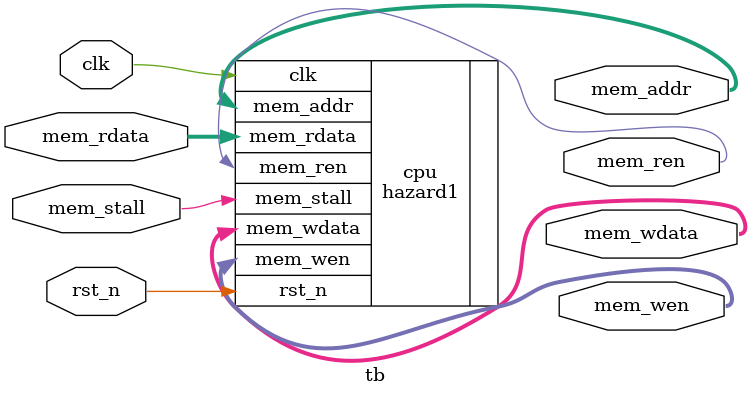
<source format=v>
/*****************************************************************************\
|                        Copyright (C) 2022 Luke Wren                         |
|                     SPDX-License-Identifier: Apache-2.0                     |
\*****************************************************************************/

// Hardware component of Hazard1 execution testbench

`default_nettype none

module tb (
	input  wire         clk,
	input  wire         rst_n,

	output wire  [31:0] mem_addr,
	output wire  [3:0]  mem_wen,
	output wire         mem_ren,
	output wire  [31:0] mem_wdata,
	input  wire  [31:0] mem_rdata,
	input  wire         mem_stall
);

// Simple passthrough for now

hazard1 #(
	.REGS_BASE    (32'h00),
	.RESET_VECTOR (32'h80)
) cpu (
	.clk       (clk),
	.rst_n     (rst_n),
	.mem_addr  (mem_addr),
	.mem_wen   (mem_wen),
	.mem_ren   (mem_ren),
	.mem_wdata (mem_wdata),
	.mem_rdata (mem_rdata),
	.mem_stall (mem_stall)
);

endmodule

`ifndef YOSYS
`default_nettype wire
`endif

</source>
